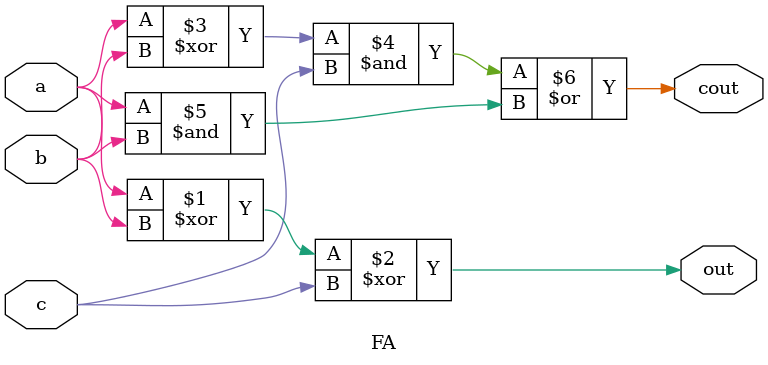
<source format=v>

`timescale 1ns/1ns

module FA(a,b,c,out, cout);
input a,b,c;
output out, cout;

assign out = a^b^c;
assign cout = ((a^b)&c)|(a&b);
endmodule
</source>
